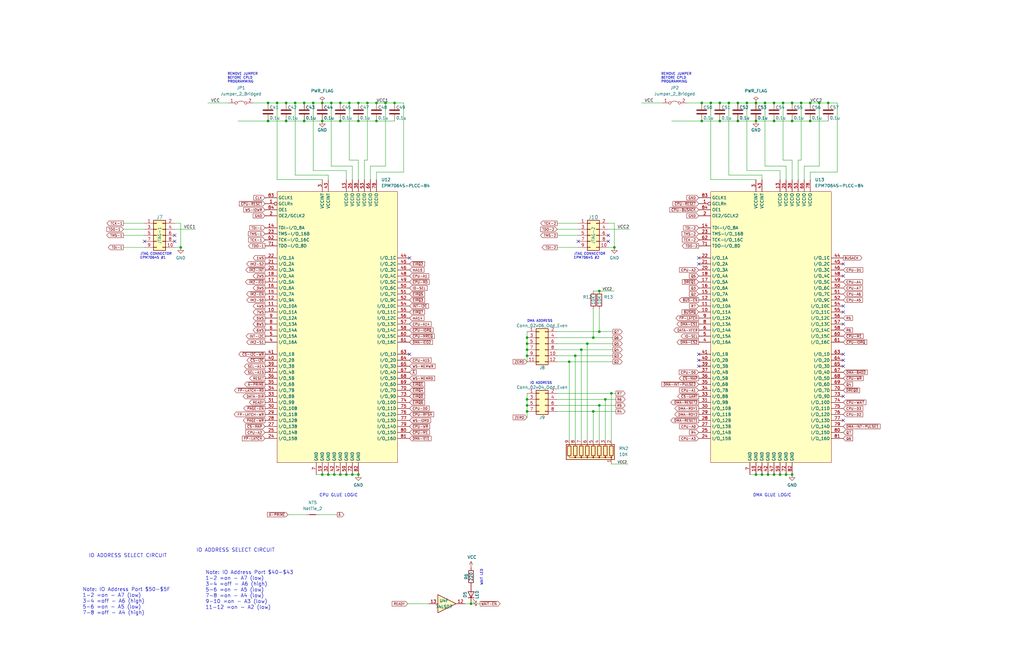
<source format=kicad_sch>
(kicad_sch (version 20211123) (generator eeschema)
  (paper "B")
  (junction (at 222.25 147.574))
  (junction (at 132.08 43.434))
  (junction (at 257.81 165.989))
  (junction (at 259.08 104.394))
  (junction (at 135.89 51.054))
  (junction (at 311.15 43.434))
  (junction (at 222.25 150.114))
  (junction (at 252.73 122.809))
  (junction (at 116.84 43.434))
  (junction (at 328.93 200.279))
  (junction (at 345.44 43.434))
  (junction (at 162.56 43.434))
  (junction (at 151.13 43.434))
  (junction (at 143.51 200.279))
  (junction (at 135.89 43.434))
  (junction (at 318.77 43.434))
  (junction (at 337.82 43.434))
  (junction (at 113.03 51.054))
  (junction (at 303.53 51.054))
  (junction (at 222.25 171.069))
  (junction (at 311.15 51.054))
  (junction (at 166.37 43.434))
  (junction (at 326.39 200.279))
  (junction (at 307.34 43.434))
  (junction (at 158.75 43.434))
  (junction (at 314.96 43.434))
  (junction (at 330.2 43.434))
  (junction (at 252.73 139.954))
  (junction (at 349.25 43.434))
  (junction (at 146.05 200.279))
  (junction (at 322.58 43.434))
  (junction (at 295.91 51.054))
  (junction (at 154.94 43.434))
  (junction (at 331.47 200.279))
  (junction (at 255.27 168.529))
  (junction (at 138.43 200.279))
  (junction (at 318.77 200.279))
  (junction (at 222.25 168.529))
  (junction (at 295.91 43.434))
  (junction (at 151.13 200.279))
  (junction (at 323.85 200.279))
  (junction (at 120.65 51.054))
  (junction (at 326.39 43.434))
  (junction (at 158.75 51.054))
  (junction (at 318.77 51.054))
  (junction (at 124.46 43.434))
  (junction (at 148.59 200.279))
  (junction (at 334.01 43.434))
  (junction (at 303.53 43.434))
  (junction (at 76.2 104.394))
  (junction (at 341.63 43.434))
  (junction (at 222.25 142.494))
  (junction (at 247.65 145.034))
  (junction (at 240.03 152.654))
  (junction (at 222.25 173.609))
  (junction (at 321.31 200.279))
  (junction (at 135.89 200.279))
  (junction (at 252.73 171.069))
  (junction (at 242.57 150.114))
  (junction (at 334.01 51.054))
  (junction (at 120.65 43.434))
  (junction (at 140.97 200.279))
  (junction (at 245.11 147.574))
  (junction (at 143.51 51.054))
  (junction (at 143.51 43.434))
  (junction (at 341.63 51.054))
  (junction (at 151.13 51.054))
  (junction (at 250.19 173.609))
  (junction (at 250.19 142.494))
  (junction (at 222.25 145.034))
  (junction (at 128.27 51.054))
  (junction (at 334.01 200.279))
  (junction (at 326.39 51.054))
  (junction (at 198.628 254.762))
  (junction (at 139.7 43.434))
  (junction (at 147.32 43.434))
  (junction (at 299.72 43.434))
  (junction (at 128.27 43.434))
  (junction (at 113.03 43.434))
  (no_connect (at 256.54 99.314))
  (no_connect (at 294.64 152.019))
  (no_connect (at 60.96 101.854))
  (no_connect (at 355.6 167.259))
  (no_connect (at 294.64 154.559))
  (no_connect (at 355.6 116.459))
  (no_connect (at 355.6 129.159))
  (no_connect (at 355.6 136.779))
  (no_connect (at 172.72 149.479))
  (no_connect (at 355.6 149.479))
  (no_connect (at 294.64 111.379))
  (no_connect (at 355.6 131.699))
  (no_connect (at 256.54 101.854))
  (no_connect (at 73.66 101.854))
  (no_connect (at 355.6 177.419))
  (no_connect (at 243.84 101.854))
  (no_connect (at 73.66 99.314))
  (no_connect (at 294.64 149.479))
  (no_connect (at 172.72 108.839))
  (no_connect (at 355.6 152.019))
  (no_connect (at 355.6 111.379))
  (no_connect (at 355.6 154.559))
  (no_connect (at 294.64 108.839))
  (wire (pts (xy 222.25 145.034) (xy 222.25 147.574)))
  (wire (pts (xy 311.15 51.054) (xy 318.77 51.054)))
  (wire (pts (xy 250.19 130.429) (xy 250.19 142.494)))
  (wire (pts (xy 222.25 142.494) (xy 222.25 145.034)))
  (wire (pts (xy 162.56 43.434) (xy 162.56 70.104)))
  (wire (pts (xy 242.57 150.114) (xy 258.445 150.114)))
  (wire (pts (xy 299.72 43.434) (xy 299.72 75.819)))
  (wire (pts (xy 138.43 200.279) (xy 140.97 200.279)))
  (wire (pts (xy 240.03 152.654) (xy 258.445 152.654)))
  (wire (pts (xy 148.59 75.819) (xy 148.59 70.104)))
  (wire (pts (xy 336.55 75.819) (xy 336.55 67.564)))
  (wire (pts (xy 116.84 43.434) (xy 120.65 43.434)))
  (wire (pts (xy 60.96 94.234) (xy 52.07 94.234)))
  (wire (pts (xy 151.13 67.564) (xy 151.13 75.819)))
  (wire (pts (xy 147.32 43.434) (xy 151.13 43.434)))
  (wire (pts (xy 222.25 173.609) (xy 222.25 176.149)))
  (wire (pts (xy 147.32 43.434) (xy 147.32 67.564)))
  (wire (pts (xy 133.35 200.279) (xy 135.89 200.279)))
  (wire (pts (xy 143.51 51.054) (xy 151.13 51.054)))
  (wire (pts (xy 120.65 43.434) (xy 124.46 43.434)))
  (wire (pts (xy 134.366 217.17) (xy 142.24 217.17)))
  (wire (pts (xy 242.57 150.114) (xy 242.57 185.674)))
  (wire (pts (xy 156.21 70.104) (xy 156.21 75.819)))
  (wire (pts (xy 330.2 67.564) (xy 334.01 67.564)))
  (wire (pts (xy 158.75 43.434) (xy 162.56 43.434)))
  (wire (pts (xy 135.89 51.054) (xy 143.51 51.054)))
  (wire (pts (xy 196.088 254.762) (xy 198.628 254.762)))
  (wire (pts (xy 124.46 73.914) (xy 124.46 43.434)))
  (wire (pts (xy 331.47 75.819) (xy 331.47 70.104)))
  (wire (pts (xy 334.01 43.434) (xy 337.82 43.434)))
  (wire (pts (xy 87.63 43.434) (xy 96.52 43.434)))
  (wire (pts (xy 257.81 165.989) (xy 257.81 185.674)))
  (wire (pts (xy 252.73 171.069) (xy 252.73 185.674)))
  (wire (pts (xy 252.73 122.809) (xy 259.08 122.809)))
  (wire (pts (xy 121.412 217.17) (xy 129.286 217.17)))
  (wire (pts (xy 146.05 200.279) (xy 148.59 200.279)))
  (wire (pts (xy 255.27 168.529) (xy 255.27 185.674)))
  (wire (pts (xy 259.715 171.069) (xy 252.73 171.069)))
  (wire (pts (xy 314.96 72.009) (xy 328.93 72.009)))
  (wire (pts (xy 341.63 51.054) (xy 349.25 51.054)))
  (wire (pts (xy 334.01 67.564) (xy 334.01 75.819)))
  (wire (pts (xy 318.77 51.054) (xy 326.39 51.054)))
  (wire (pts (xy 250.19 173.609) (xy 234.95 173.609)))
  (wire (pts (xy 349.25 43.434) (xy 353.06 43.434)))
  (wire (pts (xy 52.07 99.314) (xy 60.96 99.314)))
  (wire (pts (xy 334.01 51.054) (xy 341.63 51.054)))
  (wire (pts (xy 259.715 173.609) (xy 250.19 173.609)))
  (wire (pts (xy 147.32 67.564) (xy 151.13 67.564)))
  (wire (pts (xy 166.37 43.434) (xy 170.18 43.434)))
  (wire (pts (xy 256.54 96.774) (xy 265.43 96.774)))
  (wire (pts (xy 318.77 200.279) (xy 321.31 200.279)))
  (wire (pts (xy 234.95 147.574) (xy 245.11 147.574)))
  (wire (pts (xy 151.13 51.054) (xy 158.75 51.054)))
  (wire (pts (xy 307.34 73.914) (xy 307.34 43.434)))
  (wire (pts (xy 345.44 43.434) (xy 345.44 70.104)))
  (wire (pts (xy 234.95 139.954) (xy 252.73 139.954)))
  (wire (pts (xy 222.25 168.529) (xy 222.25 171.069)))
  (wire (pts (xy 73.66 94.234) (xy 76.2 94.234)))
  (wire (pts (xy 316.23 200.279) (xy 318.77 200.279)))
  (wire (pts (xy 303.53 43.434) (xy 307.34 43.434)))
  (wire (pts (xy 245.11 147.574) (xy 245.11 185.674)))
  (wire (pts (xy 120.65 51.054) (xy 128.27 51.054)))
  (wire (pts (xy 234.95 165.989) (xy 257.81 165.989)))
  (wire (pts (xy 328.93 200.279) (xy 331.47 200.279)))
  (wire (pts (xy 299.72 75.819) (xy 318.77 75.819)))
  (wire (pts (xy 171.958 254.762) (xy 180.848 254.762)))
  (wire (pts (xy 132.08 43.434) (xy 132.08 72.009)))
  (wire (pts (xy 234.95 104.394) (xy 243.84 104.394)))
  (wire (pts (xy 138.43 73.914) (xy 124.46 73.914)))
  (wire (pts (xy 336.55 67.564) (xy 337.82 67.564)))
  (wire (pts (xy 311.15 43.434) (xy 314.96 43.434)))
  (wire (pts (xy 154.94 43.434) (xy 158.75 43.434)))
  (wire (pts (xy 321.31 75.819) (xy 321.31 73.914)))
  (wire (pts (xy 202.438 254.762) (xy 198.628 254.762)))
  (wire (pts (xy 331.47 200.279) (xy 334.01 200.279)))
  (wire (pts (xy 321.31 73.914) (xy 307.34 73.914)))
  (wire (pts (xy 148.59 70.104) (xy 139.7 70.104)))
  (wire (pts (xy 341.63 43.434) (xy 345.44 43.434)))
  (wire (pts (xy 337.82 67.564) (xy 337.82 43.434)))
  (wire (pts (xy 255.27 168.529) (xy 259.715 168.529)))
  (wire (pts (xy 139.7 43.434) (xy 143.51 43.434)))
  (wire (pts (xy 151.13 43.434) (xy 154.94 43.434)))
  (wire (pts (xy 250.19 173.609) (xy 250.19 185.674)))
  (wire (pts (xy 143.51 200.279) (xy 146.05 200.279)))
  (wire (pts (xy 76.2 94.234) (xy 76.2 104.394)))
  (wire (pts (xy 146.05 72.009) (xy 146.05 75.819)))
  (wire (pts (xy 341.63 75.819) (xy 341.63 72.644)))
  (wire (pts (xy 353.06 72.644) (xy 353.06 43.434)))
  (wire (pts (xy 321.31 200.279) (xy 323.85 200.279)))
  (wire (pts (xy 283.21 51.054) (xy 295.91 51.054)))
  (wire (pts (xy 162.56 43.434) (xy 166.37 43.434)))
  (wire (pts (xy 318.77 43.434) (xy 322.58 43.434)))
  (wire (pts (xy 128.27 51.054) (xy 135.89 51.054)))
  (wire (pts (xy 234.95 99.314) (xy 243.84 99.314)))
  (wire (pts (xy 222.25 139.954) (xy 222.25 142.494)))
  (wire (pts (xy 259.08 94.234) (xy 259.08 104.394)))
  (wire (pts (xy 257.81 195.834) (xy 264.795 195.834)))
  (wire (pts (xy 256.54 94.234) (xy 259.08 94.234)))
  (wire (pts (xy 341.63 72.644) (xy 353.06 72.644)))
  (wire (pts (xy 116.84 43.434) (xy 116.84 75.819)))
  (wire (pts (xy 295.91 43.434) (xy 299.72 43.434)))
  (wire (pts (xy 113.03 43.434) (xy 116.84 43.434)))
  (wire (pts (xy 135.89 200.279) (xy 138.43 200.279)))
  (wire (pts (xy 158.75 75.819) (xy 158.75 72.644)))
  (wire (pts (xy 326.39 200.279) (xy 328.93 200.279)))
  (wire (pts (xy 295.91 51.054) (xy 303.53 51.054)))
  (wire (pts (xy 326.39 43.434) (xy 330.2 43.434)))
  (wire (pts (xy 234.95 168.529) (xy 255.27 168.529)))
  (wire (pts (xy 243.84 94.234) (xy 234.95 94.234)))
  (wire (pts (xy 303.53 51.054) (xy 311.15 51.054)))
  (wire (pts (xy 250.19 122.809) (xy 252.73 122.809)))
  (wire (pts (xy 234.95 152.654) (xy 240.03 152.654)))
  (wire (pts (xy 337.82 43.434) (xy 341.63 43.434)))
  (wire (pts (xy 270.51 43.434) (xy 279.4 43.434)))
  (wire (pts (xy 116.84 75.819) (xy 135.89 75.819)))
  (wire (pts (xy 153.67 75.819) (xy 153.67 67.564)))
  (wire (pts (xy 106.68 43.434) (xy 113.03 43.434)))
  (wire (pts (xy 234.95 142.494) (xy 250.19 142.494)))
  (wire (pts (xy 73.66 104.394) (xy 76.2 104.394)))
  (wire (pts (xy 307.34 43.434) (xy 311.15 43.434)))
  (wire (pts (xy 135.89 43.434) (xy 139.7 43.434)))
  (wire (pts (xy 222.25 147.574) (xy 222.25 150.114)))
  (wire (pts (xy 245.11 147.574) (xy 258.445 147.574)))
  (wire (pts (xy 299.72 43.434) (xy 303.53 43.434)))
  (wire (pts (xy 52.07 104.394) (xy 60.96 104.394)))
  (wire (pts (xy 148.59 200.279) (xy 151.13 200.279)))
  (wire (pts (xy 158.75 51.054) (xy 166.37 51.054)))
  (wire (pts (xy 100.33 51.054) (xy 113.03 51.054)))
  (wire (pts (xy 345.44 43.434) (xy 349.25 43.434)))
  (wire (pts (xy 73.66 96.774) (xy 82.55 96.774)))
  (wire (pts (xy 323.85 200.279) (xy 326.39 200.279)))
  (wire (pts (xy 289.56 43.434) (xy 295.91 43.434)))
  (wire (pts (xy 113.03 51.054) (xy 120.65 51.054)))
  (wire (pts (xy 322.58 43.434) (xy 326.39 43.434)))
  (wire (pts (xy 234.95 145.034) (xy 247.65 145.034)))
  (wire (pts (xy 252.73 171.069) (xy 234.95 171.069)))
  (wire (pts (xy 247.65 145.034) (xy 258.445 145.034)))
  (wire (pts (xy 143.51 43.434) (xy 147.32 43.434)))
  (wire (pts (xy 252.73 139.954) (xy 258.445 139.954)))
  (wire (pts (xy 139.7 70.104) (xy 139.7 43.434)))
  (wire (pts (xy 328.93 72.009) (xy 328.93 75.819)))
  (wire (pts (xy 331.47 70.104) (xy 322.58 70.104)))
  (wire (pts (xy 257.81 165.989) (xy 259.715 165.989)))
  (wire (pts (xy 162.56 70.104) (xy 156.21 70.104)))
  (wire (pts (xy 132.08 72.009) (xy 146.05 72.009)))
  (wire (pts (xy 250.19 142.494) (xy 258.445 142.494)))
  (wire (pts (xy 330.2 43.434) (xy 334.01 43.434)))
  (wire (pts (xy 222.25 171.069) (xy 222.25 173.609)))
  (wire (pts (xy 138.43 75.819) (xy 138.43 73.914)))
  (wire (pts (xy 234.95 150.114) (xy 242.57 150.114)))
  (wire (pts (xy 240.03 152.654) (xy 240.03 185.674)))
  (wire (pts (xy 256.54 104.394) (xy 259.08 104.394)))
  (wire (pts (xy 326.39 51.054) (xy 334.01 51.054)))
  (wire (pts (xy 339.09 70.104) (xy 339.09 75.819)))
  (wire (pts (xy 132.08 43.434) (xy 135.89 43.434)))
  (wire (pts (xy 140.97 200.279) (xy 143.51 200.279)))
  (wire (pts (xy 345.44 70.104) (xy 339.09 70.104)))
  (wire (pts (xy 322.58 70.104) (xy 322.58 43.434)))
  (wire (pts (xy 314.96 43.434) (xy 314.96 72.009)))
  (wire (pts (xy 158.75 72.644) (xy 170.18 72.644)))
  (wire (pts (xy 128.27 43.434) (xy 132.08 43.434)))
  (wire (pts (xy 154.94 67.564) (xy 154.94 43.434)))
  (wire (pts (xy 170.18 72.644) (xy 170.18 43.434)))
  (wire (pts (xy 243.84 96.774) (xy 234.95 96.774)))
  (wire (pts (xy 153.67 67.564) (xy 154.94 67.564)))
  (wire (pts (xy 247.65 145.034) (xy 247.65 185.674)))
  (wire (pts (xy 330.2 43.434) (xy 330.2 67.564)))
  (wire (pts (xy 60.96 96.774) (xy 52.07 96.774)))
  (wire (pts (xy 222.25 150.114) (xy 222.25 152.654)))
  (wire (pts (xy 314.96 43.434) (xy 318.77 43.434)))
  (wire (pts (xy 124.46 43.434) (xy 128.27 43.434)))
  (wire (pts (xy 252.73 130.429) (xy 252.73 139.954)))
  (wire (pts (xy 222.25 165.989) (xy 222.25 168.529)))
  (text "CPU GLUE LOGIC" (at 134.62 209.804 0) (effects (font (size 1.27 1.27)) (justify left bottom)))
  (text "JTAG CONNECTOR\nEPM7064S #1" (at 59.055 109.474 0) (effects (font (size 1.016 1.016)) (justify left bottom)))
  (text "Note: IO Address Port $40-$43\n1-2 =on - A7 (low)\n3-4 =off - A6 (high)\n5-6 =on - A5 (low)\n7-8 =on - A4 (low)\n9-10 =on - A3 (low)\n11-12 =on - A2 (low)" (at 86.614 257.302 0) (effects (font (size 1.524 1.524)) (justify left bottom)))
  (text "REMOVE JUMPER\nBEFORE CPLD\nPROGRAMMING" (at 95.885 35.179 0) (effects (font (size 1.016 1.016)) (justify left bottom)))
  (text "IO ADDRESS" (at 223.52 162.306 0) (effects (font (size 1.016 1.016)) (justify left bottom)))
  (text "DMA ADDRESS" (at 222.25 136.144 0) (effects (font (size 1.016 1.016)) (justify left bottom)))
  (text "DMA GLUE LOGIC" (at 317.5 209.804 0) (effects (font (size 1.27 1.27)) (justify left bottom)))
  (text "IO ADDRESS SELECT CIRCUIT" (at 82.804 233.172 0) (effects (font (size 1.524 1.524)) (justify left bottom)))
  (text "Note: IO Address Port $50-$5F\n1-2 =on - A7 (low)\n3-4 =off - A6 (high)\n5-6 =on - A5 (low)\n7-8 =off - A4 (high)" (at 34.798 259.588 0) (effects (font (size 1.524 1.524)) (justify left bottom)))
  (text "JTAG CONNECTOR\nEPM7064S #2" (at 241.935 109.474 0) (effects (font (size 1.016 1.016)) (justify left bottom)))
  (text "IO ADDRESS SELECT CIRCUIT" (at 37.338 235.458 0) (effects (font (size 1.524 1.524)) (justify left bottom)))
  (text "REMOVE JUMPER\nBEFORE CPLD\nPROGRAMMING" (at 278.765 35.179 0) (effects (font (size 1.016 1.016)) (justify left bottom)))
  (text "WAIT LED" (at 203.708 247.142 90) (effects (font (size 1.016 1.016)) (justify left bottom)))
  (label "VCC2" (at 254 122.809 0) (effects (font (size 1.016 1.016))))
  (label "VCC2" (at 260.35 195.834 0) (effects (font (size 1.016 1.016))))
  (label "VCC1" (at 77.47 96.774 0))
  (label "VCC2" (at 260.35 96.774 0))
  (label "VCC2" (at 341.63 43.434 0))
  (label "VCC" (at 271.78 43.434 0))
  (label "VCC" (at 88.9 43.434 0))
  (label "VCC1" (at 158.75 43.434 0))
  (global_label "3WS" (shape output) (at 111.76 121.539 180) (effects (font (size 1.016 1.016))) (property "Intersheet References" "${INTERSHEET_REFS}" (effects hide)))
  (global_label "~{CPU-RFSH}" (shape input) (at 172.72 174.879 0) (effects (font (size 1.016 1.016))) (property "Intersheet References" "${INTERSHEET_REFS}" (effects hide)))
  (global_label "TDO-1" (shape output) (at 111.76 103.759 180) (effects (font (size 1.016 1.016))) (property "Intersheet References" "${INTERSHEET_REFS}" (effects hide)))
  (global_label "CPU-A2" (shape input) (at 111.76 182.499 180) (effects (font (size 1.016 1.016))) (property "Intersheet References" "${INTERSHEET_REFS}" (effects hide)))
  (global_label "~{EIRQ7}" (shape input) (at 172.72 131.699 0) (effects (font (size 1.016 1.016))) (property "Intersheet References" "${INTERSHEET_REFS}" (effects hide)))
  (global_label "CPU-A1" (shape input) (at 294.64 164.719 180) (effects (font (size 1.016 1.016))) (property "Intersheet References" "${INTERSHEET_REFS}" (effects hide)))
  (global_label "~{EIRQ4}" (shape input) (at 172.72 164.719 0) (effects (font (size 1.016 1.016))) (property "Intersheet References" "${INTERSHEET_REFS}" (effects hide)))
  (global_label "~{EIRQ1}" (shape input) (at 172.72 162.179 0) (effects (font (size 1.016 1.016))) (property "Intersheet References" "${INTERSHEET_REFS}" (effects hide)))
  (global_label "~{EIRQ6}" (shape input) (at 172.72 169.799 0) (effects (font (size 1.016 1.016))) (property "Intersheet References" "${INTERSHEET_REFS}" (effects hide)))
  (global_label "~{DMA-IEI1}" (shape input) (at 172.72 185.039 0) (effects (font (size 1.016 1.016))) (property "Intersheet References" "${INTERSHEET_REFS}" (effects hide)))
  (global_label "~{DREQ1}" (shape input) (at 294.64 118.999 180) (effects (font (size 1.016 1.016))) (property "Intersheet References" "${INTERSHEET_REFS}" (effects hide)))
  (global_label "~{FP-LATCH}" (shape output) (at 294.64 134.239 180) (effects (font (size 1.016 1.016))) (property "Intersheet References" "${INTERSHEET_REFS}" (effects hide)))
  (global_label "~{CPU-RD}" (shape input) (at 172.72 118.999 0) (effects (font (size 1.016 1.016))) (property "Intersheet References" "${INTERSHEET_REFS}" (effects hide)))
  (global_label "TMS-2" (shape output) (at 234.95 99.314 180) (effects (font (size 1.016 1.016))) (property "Intersheet References" "${INTERSHEET_REFS}" (effects hide)))
  (global_label "~{DMA-INT-PULSE1}" (shape input) (at 355.6 179.959 0) (effects (font (size 1.016 1.016))) (property "Intersheet References" "${INTERSHEET_REFS}" (effects hide)))
  (global_label "Q3" (shape output) (at 258.445 150.114 0) (effects (font (size 1.016 1.016))) (property "Intersheet References" "${INTERSHEET_REFS}" (effects hide)))
  (global_label "~{CPU-IORQ}" (shape input) (at 172.72 139.319 0) (effects (font (size 1.016 1.016))) (property "Intersheet References" "${INTERSHEET_REFS}" (effects hide)))
  (global_label "DMA-RDY2" (shape output) (at 294.64 174.879 180) (effects (font (size 1.016 1.016))) (property "Intersheet References" "${INTERSHEET_REFS}" (effects hide)))
  (global_label "CPU-D0" (shape input) (at 172.72 172.339 0) (effects (font (size 1.016 1.016))) (property "Intersheet References" "${INTERSHEET_REFS}" (effects hide)))
  (global_label "IM2-S2" (shape output) (at 111.76 111.379 180) (effects (font (size 1.016 1.016))) (property "Intersheet References" "${INTERSHEET_REFS}" (effects hide)))
  (global_label "DMA-RDY1" (shape output) (at 294.64 172.339 180) (effects (font (size 1.016 1.016))) (property "Intersheet References" "${INTERSHEET_REFS}" (effects hide)))
  (global_label "~{CPU-M1}" (shape input) (at 355.6 141.859 0) (effects (font (size 1.016 1.016))) (property "Intersheet References" "${INTERSHEET_REFS}" (effects hide)))
  (global_label "CPU-A0" (shape input) (at 294.64 179.959 180) (effects (font (size 1.016 1.016))) (property "Intersheet References" "${INTERSHEET_REFS}" (effects hide)))
  (global_label "~{A}" (shape input) (at 172.72 157.099 0) (effects (font (size 1.016 1.016))) (property "Intersheet References" "${INTERSHEET_REFS}" (effects hide)))
  (global_label "~{CS-I2C}" (shape output) (at 111.76 152.019 180) (effects (font (size 1.016 1.016))) (property "Intersheet References" "${INTERSHEET_REFS}" (effects hide)))
  (global_label "READY" (shape input) (at 171.958 254.762 180) (effects (font (size 1.016 1.016))) (property "Intersheet References" "${INTERSHEET_REFS}" (effects hide)))
  (global_label "~{CPU-MREQ}" (shape input) (at 172.72 141.859 0) (effects (font (size 1.016 1.016))) (property "Intersheet References" "${INTERSHEET_REFS}" (effects hide)))
  (global_label "~{IM2-EN}" (shape output) (at 111.76 124.079 180) (effects (font (size 1.016 1.016))) (property "Intersheet References" "${INTERSHEET_REFS}" (effects hide)))
  (global_label "WS-IORD" (shape input) (at 172.72 177.419 0) (effects (font (size 1.016 1.016))) (property "Intersheet References" "${INTERSHEET_REFS}" (effects hide)))
  (global_label "~{INT-I2C}" (shape input) (at 172.72 129.159 0) (effects (font (size 1.016 1.016))) (property "Intersheet References" "${INTERSHEET_REFS}" (effects hide)))
  (global_label "1WS" (shape output) (at 111.76 108.839 180) (effects (font (size 1.016 1.016))) (property "Intersheet References" "${INTERSHEET_REFS}" (effects hide)))
  (global_label "~{DMA-CS2}" (shape output) (at 294.64 144.399 180) (effects (font (size 1.016 1.016))) (property "Intersheet References" "${INTERSHEET_REFS}" (effects hide)))
  (global_label "~{EIRQ5}" (shape input) (at 172.72 124.079 0) (effects (font (size 1.016 1.016))) (property "Intersheet References" "${INTERSHEET_REFS}" (effects hide)))
  (global_label "~{CS-MAP}" (shape output) (at 294.64 159.639 180) (effects (font (size 1.016 1.016))) (property "Intersheet References" "${INTERSHEET_REFS}" (effects hide)))
  (global_label "TCK-1" (shape output) (at 52.07 94.234 180) (effects (font (size 1.016 1.016))) (property "Intersheet References" "${INTERSHEET_REFS}" (effects hide)))
  (global_label "6WS" (shape output) (at 111.76 139.319 180) (effects (font (size 1.016 1.016))) (property "Intersheet References" "${INTERSHEET_REFS}" (effects hide)))
  (global_label "CPU-A3" (shape input) (at 294.64 185.039 180) (effects (font (size 1.016 1.016))) (property "Intersheet References" "${INTERSHEET_REFS}" (effects hide)))
  (global_label "mA15" (shape input) (at 172.72 113.919 0) (effects (font (size 1.016 1.016))) (property "Intersheet References" "${INTERSHEET_REFS}" (effects hide)))
  (global_label "TMS-2" (shape input) (at 294.64 98.679 180) (effects (font (size 1.016 1.016))) (property "Intersheet References" "${INTERSHEET_REFS}" (effects hide)))
  (global_label "R7" (shape input) (at 294.64 129.159 180) (effects (font (size 1.016 1.016))) (property "Intersheet References" "${INTERSHEET_REFS}" (effects hide)))
  (global_label "Q2" (shape output) (at 258.445 152.654 0) (effects (font (size 1.016 1.016))) (property "Intersheet References" "${INTERSHEET_REFS}" (effects hide)))
  (global_label "TMS-1" (shape output) (at 52.07 99.314 180) (effects (font (size 1.016 1.016))) (property "Intersheet References" "${INTERSHEET_REFS}" (effects hide)))
  (global_label "~{EIRQ2}" (shape input) (at 172.72 111.379 0) (effects (font (size 1.016 1.016))) (property "Intersheet References" "${INTERSHEET_REFS}" (effects hide)))
  (global_label "CPU-A1" (shape input) (at 172.72 116.459 0) (effects (font (size 1.016 1.016))) (property "Intersheet References" "${INTERSHEET_REFS}" (effects hide)))
  (global_label "~{PAGE-EN}" (shape output) (at 111.76 172.339 180) (effects (font (size 1.016 1.016))) (property "Intersheet References" "${INTERSHEET_REFS}" (effects hide)))
  (global_label "~{DMA-RESET1}" (shape output) (at 294.64 177.419 180) (effects (font (size 1.016 1.016))) (property "Intersheet References" "${INTERSHEET_REFS}" (effects hide)))
  (global_label "~{CS-MAP}" (shape input) (at 111.76 179.959 180) (effects (font (size 1.016 1.016))) (property "Intersheet References" "${INTERSHEET_REFS}" (effects hide)))
  (global_label "CPU-A6" (shape input) (at 355.6 124.079 0) (effects (font (size 1.016 1.016))) (property "Intersheet References" "${INTERSHEET_REFS}" (effects hide)))
  (global_label "Q2" (shape input) (at 294.64 124.079 180) (effects (font (size 1.016 1.016))) (property "Intersheet References" "${INTERSHEET_REFS}" (effects hide)))
  (global_label "5WS" (shape output) (at 111.76 134.239 180) (effects (font (size 1.016 1.016))) (property "Intersheet References" "${INTERSHEET_REFS}" (effects hide)))
  (global_label "~{BUSRQ}" (shape input) (at 294.64 131.699 180) (effects (font (size 1.016 1.016))) (property "Intersheet References" "${INTERSHEET_REFS}" (effects hide)))
  (global_label "~{FP-LATCH}" (shape input) (at 111.76 185.039 180) (effects (font (size 1.016 1.016))) (property "Intersheet References" "${INTERSHEET_REFS}" (effects hide)))
  (global_label "GND" (shape input) (at 294.64 83.439 180) (effects (font (size 1.016 1.016))) (property "Intersheet References" "${INTERSHEET_REFS}" (effects hide)))
  (global_label "SEL-A15" (shape output) (at 111.76 157.099 180) (effects (font (size 1.016 1.016))) (property "Intersheet References" "${INTERSHEET_REFS}" (effects hide)))
  (global_label "~{DMA-RESET2}" (shape output) (at 294.64 169.799 180) (effects (font (size 1.016 1.016))) (property "Intersheet References" "${INTERSHEET_REFS}" (effects hide)))
  (global_label "~{CPU-M1}" (shape input) (at 172.72 182.499 0) (effects (font (size 1.016 1.016))) (property "Intersheet References" "${INTERSHEET_REFS}" (effects hide)))
  (global_label "TCK-2" (shape output) (at 234.95 94.234 180) (effects (font (size 1.016 1.016))) (property "Intersheet References" "${INTERSHEET_REFS}" (effects hide)))
  (global_label "~{A}" (shape output) (at 142.24 217.17 0) (effects (font (size 1.016 1.016))) (property "Intersheet References" "${INTERSHEET_REFS}" (effects hide)))
  (global_label "Q6" (shape output) (at 258.445 142.494 0) (effects (font (size 1.016 1.016))) (property "Intersheet References" "${INTERSHEET_REFS}" (effects hide)))
  (global_label "TCK-1" (shape input) (at 111.76 101.219 180) (effects (font (size 1.016 1.016))) (property "Intersheet References" "${INTERSHEET_REFS}" (effects hide)))
  (global_label "CPU-D1" (shape input) (at 355.6 113.919 0) (effects (font (size 1.016 1.016))) (property "Intersheet References" "${INTERSHEET_REFS}" (effects hide)))
  (global_label "R4" (shape input) (at 294.64 182.499 180) (effects (font (size 1.016 1.016))) (property "Intersheet References" "${INTERSHEET_REFS}" (effects hide)))
  (global_label "R5" (shape input) (at 355.6 134.239 0) (effects (font (size 1.016 1.016))) (property "Intersheet References" "${INTERSHEET_REFS}" (effects hide)))
  (global_label "WS-MEMRD" (shape input) (at 172.72 159.639 0) (effects (font (size 1.016 1.016))) (property "Intersheet References" "${INTERSHEET_REFS}" (effects hide)))
  (global_label "~{DMA-INT-PULSE2}" (shape input) (at 294.64 162.179 180) (effects (font (size 1.016 1.016))) (property "Intersheet References" "${INTERSHEET_REFS}" (effects hide)))
  (global_label "CLK" (shape input) (at 111.76 83.439 180) (effects (font (size 1.016 1.016))) (property "Intersheet References" "${INTERSHEET_REFS}" (effects hide)))
  (global_label "TDI-1" (shape input) (at 111.76 96.139 180) (effects (font (size 1.016 1.016))) (property "Intersheet References" "${INTERSHEET_REFS}" (effects hide)))
  (global_label "IM2-S1" (shape output) (at 111.76 144.399 180) (effects (font (size 1.016 1.016))) (property "Intersheet References" "${INTERSHEET_REFS}" (effects hide)))
  (global_label "TCK-2" (shape input) (at 294.64 101.219 180) (effects (font (size 1.016 1.016))) (property "Intersheet References" "${INTERSHEET_REFS}" (effects hide)))
  (global_label "7WS" (shape output) (at 111.76 131.699 180) (effects (font (size 1.016 1.016))) (property "Intersheet References" "${INTERSHEET_REFS}" (effects hide)))
  (global_label "TDO-2" (shape output) (at 294.64 103.759 180) (effects (font (size 1.016 1.016))) (property "Intersheet References" "${INTERSHEET_REFS}" (effects hide)))
  (global_label "READY" (shape output) (at 111.76 169.799 180) (effects (font (size 1.016 1.016))) (property "Intersheet References" "${INTERSHEET_REFS}" (effects hide)))
  (global_label "R6" (shape input) (at 355.6 139.319 0) (effects (font (size 1.016 1.016))) (property "Intersheet References" "${INTERSHEET_REFS}" (effects hide)))
  (global_label "WS-IOWR" (shape input) (at 111.76 88.519 180) (effects (font (size 1.016 1.016))) (property "Intersheet References" "${INTERSHEET_REFS}" (effects hide)))
  (global_label "~{BUS-EN}" (shape output) (at 294.64 126.619 180) (effects (font (size 1.016 1.016))) (property "Intersheet References" "${INTERSHEET_REFS}" (effects hide)))
  (global_label "~{PAGE-WR}" (shape output) (at 111.76 177.419 180) (effects (font (size 1.016 1.016))) (property "Intersheet References" "${INTERSHEET_REFS}" (effects hide)))
  (global_label "~{A-PRIME}" (shape output) (at 111.76 162.179 180) (effects (font (size 1.016 1.016))) (property "Intersheet References" "${INTERSHEET_REFS}" (effects hide)))
  (global_label "~{DREQ0}" (shape input) (at 355.6 164.719 0) (effects (font (size 1.016 1.016))) (property "Intersheet References" "${INTERSHEET_REFS}" (effects hide)))
  (global_label "~{CS-I2C-WR}" (shape output) (at 111.76 149.479 180) (effects (font (size 1.016 1.016))) (property "Intersheet References" "${INTERSHEET_REFS}" (effects hide)))
  (global_label "IO-SEL" (shape output) (at 294.64 141.859 180) (effects (font (size 1.016 1.016))) (property "Intersheet References" "${INTERSHEET_REFS}" (effects hide)))
  (global_label "~{CPU-WAIT}" (shape input) (at 355.6 169.799 0) (effects (font (size 1.016 1.016))) (property "Intersheet References" "${INTERSHEET_REFS}" (effects hide)))
  (global_label "Q5" (shape output) (at 258.445 145.034 0) (effects (font (size 1.016 1.016))) (property "Intersheet References" "${INTERSHEET_REFS}" (effects hide)))
  (global_label "4WS" (shape output) (at 111.76 129.159 180) (effects (font (size 1.016 1.016))) (property "Intersheet References" "${INTERSHEET_REFS}" (effects hide)))
  (global_label "FP-LATCH-WR" (shape output) (at 111.76 174.879 180) (effects (font (size 1.016 1.016))) (property "Intersheet References" "${INTERSHEET_REFS}" (effects hide)))
  (global_label "~{WAIT-EN}" (shape output) (at 202.438 254.762 0) (effects (font (size 1.016 1.016))) (property "Intersheet References" "${INTERSHEET_REFS}" (effects hide)))
  (global_label "TDI-2" (shape input) (at 294.64 96.139 180) (effects (font (size 1.016 1.016))) (property "Intersheet References" "${INTERSHEET_REFS}" (effects hide)))
  (global_label "~{FP-LATCH-RD}" (shape output) (at 111.76 164.719 180) (effects (font (size 1.016 1.016))) (property "Intersheet References" "${INTERSHEET_REFS}" (effects hide)))
  (global_label "Q7" (shape output) (at 258.445 139.954 0) (effects (font (size 1.016 1.016))) (property "Intersheet References" "${INTERSHEET_REFS}" (effects hide)))
  (global_label "Q4" (shape input) (at 355.6 162.179 0) (effects (font (size 1.016 1.016))) (property "Intersheet References" "${INTERSHEET_REFS}" (effects hide)))
  (global_label "~{CPU-WR}" (shape input) (at 355.6 159.639 0) (effects (font (size 1.016 1.016))) (property "Intersheet References" "${INTERSHEET_REFS}" (effects hide)))
  (global_label "CPU-D2" (shape input) (at 355.6 174.879 0) (effects (font (size 1.016 1.016))) (property "Intersheet References" "${INTERSHEET_REFS}" (effects hide)))
  (global_label "IM2-S0" (shape output) (at 111.76 126.619 180) (effects (font (size 1.016 1.016))) (property "Intersheet References" "${INTERSHEET_REFS}" (effects hide)))
  (global_label "~{IM2-INT}" (shape output) (at 111.76 113.919 180) (effects (font (size 1.016 1.016))) (property "Intersheet References" "${INTERSHEET_REFS}" (effects hide)))
  (global_label "CPU-D3" (shape input) (at 355.6 172.339 0) (effects (font (size 1.016 1.016))) (property "Intersheet References" "${INTERSHEET_REFS}" (effects hide)))
  (global_label "~{CPU-IORQ}" (shape input) (at 355.6 144.399 0) (effects (font (size 1.016 1.016))) (property "Intersheet References" "${INTERSHEET_REFS}" (effects hide)))
  (global_label "BUSACK" (shape output) (at 355.6 108.839 0) (effects (font (size 1.016 1.016))) (property "Intersheet References" "${INTERSHEET_REFS}" (effects hide)))
  (global_label "GND" (shape input) (at 111.76 91.059 180) (effects (font (size 1.016 1.016))) (property "Intersheet References" "${INTERSHEET_REFS}" (effects hide)))
  (global_label "Q7" (shape input) (at 355.6 182.499 0) (effects (font (size 1.016 1.016))) (property "Intersheet References" "${INTERSHEET_REFS}" (effects hide)))
  (global_label "CPU-A14" (shape input) (at 172.72 136.779 0) (effects (font (size 1.016 1.016))) (property "Intersheet References" "${INTERSHEET_REFS}" (effects hide)))
  (global_label "~{EIRQ0}" (shape input) (at 172.72 167.259 0) (effects (font (size 1.016 1.016))) (property "Intersheet References" "${INTERSHEET_REFS}" (effects hide)))
  (global_label "Q3" (shape input) (at 294.64 121.539 180) (effects (font (size 1.016 1.016))) (property "Intersheet References" "${INTERSHEET_REFS}" (effects hide)))
  (global_label "~{EIRQ3}" (shape input) (at 172.72 126.619 0) (effects (font (size 1.016 1.016))) (property "Intersheet References" "${INTERSHEET_REFS}" (effects hide)))
  (global_label "~{DMA-CS1}" (shape output) (at 294.64 136.779 180) (effects (font (size 1.016 1.016))) (property "Intersheet References" "${INTERSHEET_REFS}" (effects hide)))
  (global_label "TDI-2" (shape output) (at 234.95 104.394 180) (effects (font (size 1.016 1.016))) (property "Intersheet References" "${INTERSHEET_REFS}" (effects hide)))
  (global_label "DATA-XFER" (shape output) (at 294.64 139.319 180) (effects (font (size 1.016 1.016))) (property "Intersheet References" "${INTERSHEET_REFS}" (effects hide)))
  (global_label "~{CPU-RESET}" (shape input) (at 294.64 85.979 180) (effects (font (size 1.016 1.016))) (property "Intersheet References" "${INTERSHEET_REFS}" (effects hide)))
  (global_label "GND" (shape input) (at 294.64 91.059 180) (effects (font (size 1.016 1.016))) (property "Intersheet References" "${INTERSHEET_REFS}" (effects hide)))
  (global_label "R6" (shape output) (at 259.715 168.529 0) (effects (font (size 1.016 1.016))) (property "Intersheet References" "${INTERSHEET_REFS}" (effects hide)))
  (global_label "TDO-2" (shape input) (at 234.95 96.774 180) (effects (font (size 1.016 1.016))) (property "Intersheet References" "${INTERSHEET_REFS}" (effects hide)))
  (global_label "Q4" (shape output) (at 258.445 147.574 0) (effects (font (size 1.016 1.016))) (property "Intersheet References" "${INTERSHEET_REFS}" (effects hide)))
  (global_label "8WS" (shape output) (at 111.76 136.779 180) (effects (font (size 1.016 1.016))) (property "Intersheet References" "${INTERSHEET_REFS}" (effects hide)))
  (global_label "DATA-DIR" (shape output) (at 111.76 167.259 180) (effects (font (size 1.016 1.016))) (property "Intersheet References" "${INTERSHEET_REFS}" (effects hide)))
  (global_label "CPU-A7" (shape input) (at 355.6 121.539 0) (effects (font (size 1.016 1.016))) (property "Intersheet References" "${INTERSHEET_REFS}" (effects hide)))
  (global_label "ZERO" (shape input) (at 222.25 176.149 180) (effects (font (size 1.016 1.016))) (property "Intersheet References" "${INTERSHEET_REFS}" (effects hide)))
  (global_label "R7" (shape output) (at 259.715 165.989 0) (effects (font (size 1.016 1.016))) (property "Intersheet References" "${INTERSHEET_REFS}" (effects hide)))
  (global_label "CPU-A5" (shape input) (at 355.6 126.619 0) (effects (font (size 1.016 1.016))) (property "Intersheet References" "${INTERSHEET_REFS}" (effects hide)))
  (global_label "~{CPU-WR}" (shape input) (at 172.72 179.959 0) (effects (font (size 1.016 1.016))) (property "Intersheet References" "${INTERSHEET_REFS}" (effects hide)))
  (global_label "Q6" (shape input) (at 355.6 185.039 0) (effects (font (size 1.016 1.016))) (property "Intersheet References" "${INTERSHEET_REFS}" (effects hide)))
  (global_label "WS-MEMWR" (shape input) (at 172.72 154.559 0) (effects (font (size 1.016 1.016))) (property "Intersheet References" "${INTERSHEET_REFS}" (effects hide)))
  (global_label "INT-I2C" (shape output) (at 111.76 141.859 180) (effects (font (size 1.016 1.016))) (property "Intersheet References" "${INTERSHEET_REFS}" (effects hide)))
  (global_label "R5" (shape output) (at 259.715 171.069 0) (effects (font (size 1.016 1.016))) (property "Intersheet References" "${INTERSHEET_REFS}" (effects hide)))
  (global_label "CPU-A2" (shape input) (at 294.64 113.919 180) (effects (font (size 1.016 1.016))) (property "Intersheet References" "${INTERSHEET_REFS}" (effects hide)))
  (global_label "2WS" (shape output) (at 111.76 116.459 180) (effects (font (size 1.016 1.016))) (property "Intersheet References" "${INTERSHEET_REFS}" (effects hide)))
  (global_label "~{DMA-BAO2}" (shape input) (at 355.6 157.099 0) (effects (font (size 1.016 1.016))) (property "Intersheet References" "${INTERSHEET_REFS}" (effects hide)))
  (global_label "TDO-1" (shape input) (at 52.07 96.774 180) (effects (font (size 1.016 1.016))) (property "Intersheet References" "${INTERSHEET_REFS}" (effects hide)))
  (global_label "~{DMA-IEO2}" (shape input) (at 172.72 144.399 0) (effects (font (size 1.016 1.016))) (property "Intersheet References" "${INTERSHEET_REFS}" (effects hide)))
  (global_label "~{A-PRIME}" (shape input) (at 121.412 217.17 180) (effects (font (size 1.016 1.016))) (property "Intersheet References" "${INTERSHEET_REFS}" (effects hide)))
  (global_label "~{IM2-IEO}" (shape output) (at 111.76 118.999 180) (effects (font (size 1.016 1.016))) (property "Intersheet References" "${INTERSHEET_REFS}" (effects hide)))
  (global_label "CPU-A15" (shape input) (at 172.72 152.019 0) (effects (font (size 1.016 1.016))) (property "Intersheet References" "${INTERSHEET_REFS}" (effects hide)))
  (global_label "~{CS-UART}" (shape output) (at 294.64 167.259 180) (effects (font (size 1.016 1.016))) (property "Intersheet References" "${INTERSHEET_REFS}" (effects hide)))
  (global_label "TMS-1" (shape input) (at 111.76 98.679 180) (effects (font (size 1.016 1.016))) (property "Intersheet References" "${INTERSHEET_REFS}" (effects hide)))
  (global_label "IO-SEL" (shape input) (at 172.72 121.539 0) (effects (font (size 1.016 1.016))) (property "Intersheet References" "${INTERSHEET_REFS}" (effects hide)))
  (global_label "Q5" (shape input) (at 294.64 116.459 180) (effects (font (size 1.016 1.016))) (property "Intersheet References" "${INTERSHEET_REFS}" (effects hide)))
  (global_label "mA14" (shape input) (at 172.72 134.239 0) (effects (font (size 1.016 1.016))) (property "Intersheet References" "${INTERSHEET_REFS}" (effects hide)))
  (global_label "~{CPU-BUSACK}" (shape input) (at 294.64 88.519 180) (effects (font (size 1.016 1.016))) (property "Intersheet References" "${INTERSHEET_REFS}" (effects hide)))
  (global_label "TDI-1" (shape output) (at 52.07 104.394 180) (effects (font (size 1.016 1.016))) (property "Intersheet References" "${INTERSHEET_REFS}" (effects hide)))
  (global_label "SEL-A14" (shape output) (at 111.76 154.559 180) (effects (font (size 1.016 1.016))) (property "Intersheet References" "${INTERSHEET_REFS}" (effects hide)))
  (global_label "~{CPU-RESET}" (shape input) (at 111.76 85.979 180) (effects (font (size 1.016 1.016))) (property "Intersheet References" "${INTERSHEET_REFS}" (effects hide)))
  (global_label "ZERO" (shape input) (at 222.25 152.654 180) (effects (font (size 1.016 1.016))) (property "Intersheet References" "${INTERSHEET_REFS}" (effects hide)))
  (global_label "CPU-D0" (shape input) (at 294.64 157.099 180) (effects (font (size 1.016 1.016))) (property "Intersheet References" "${INTERSHEET_REFS}" (effects hide)))
  (global_label "RESET" (shape output) (at 111.76 159.639 180) (effects (font (size 1.016 1.016))) (property "Intersheet References" "${INTERSHEET_REFS}" (effects hide)))
  (global_label "R4" (shape output) (at 259.715 173.609 0) (effects (font (size 1.016 1.016))) (property "Intersheet References" "${INTERSHEET_REFS}" (effects hide)))
  (global_label "CPU-A4" (shape input) (at 355.6 118.999 0) (effects (font (size 1.016 1.016))) (property "Intersheet References" "${INTERSHEET_REFS}" (effects hide)))
  (symbol (lib_id "74xx:74LS07") (at 188.468 254.762 0) (unit 6)
    (property "Reference" "U4" (at 187.198 253.492 0))
    (property "Value" "74LS07" (at 187.198 256.032 0))
    (property "Footprint" "Package_DIP:DIP-14_W7.62mm" (effects hide))
    (property "Datasheet" "www.ti.com/lit/ds/symlink/sn74ls07.pdf" (effects hide))
  )
  (symbol (lib_id "Device:R") (at 198.628 243.332 180) (unit 1)
    (property "Reference" "R6" (at 196.596 243.332 90))
    (property "Value" "220" (at 198.628 243.332 90))
    (property "Footprint" "Resistor_THT:R_Axial_DIN0207_L6.3mm_D2.5mm_P7.62mm_Horizontal" (effects hide))
  )
  (symbol (lib_id "Device:LED") (at 198.628 250.952 90) (unit 1)
    (property "Reference" "D5" (at 196.088 250.952 0))
    (property "Value" "LED" (at 201.168 250.952 0))
    (property "Footprint" "LED_THT:LED_D3.0mm_Horizontal_O3.81mm_Z2.0mm" (effects hide))
  )
  (symbol (lib_id "power:VCC") (at 198.628 239.522 0) (unit 1)
    (property "Reference" "#PWR0155" (effects hide))
    (property "Value" "VCC" (at 199.009 235.1278 0))
  )
  (symbol (lib_id "power:GND") (at 151.13 200.279 0) (unit 1)
    (property "Reference" "#PWR010" (effects hide))
    (property "Value" "GND" (at 151.13 204.724 0))
  )
  (symbol (lib_id "Connector_Generic:Conn_02x05_Odd_Even") (at 248.92 99.314 0) (unit 1)
    (property "Reference" "J10" (at 250.19 91.694 0) (effects (font (size 1.524 1.524))))
    (property "Value" "JTAG-2" (at 250.19 99.314 90))
    (property "Footprint" "Connector_IDC:IDC-Header_2x05_P2.54mm_Vertical" (effects hide))
  )
  (symbol (lib_id "Device:R_Network08") (at 247.65 190.754 180) (unit 1)
    (property "Reference" "RN2" (at 260.985 189.2299 0) (effects (justify right)))
    (property "Value" "10K" (at 260.985 191.7699 0) (effects (justify right)))
    (property "Footprint" "Resistor_THT:R_Array_SIP9" (effects hide))
    (property "Datasheet" "http://www.vishay.com/docs/31509/csc.pdf" (effects hide))
  )
  (symbol (lib_id "Jumper:Jumper_2_Bridged") (at 101.6 43.434 0) (unit 1)
    (property "Reference" "JP1" (at 101.6 37.084 0))
    (property "Value" "Jumper_2_Bridged" (at 101.6 39.624 0))
    (property "Footprint" "Connector_PinHeader_2.54mm:PinHeader_2x01_P2.54mm_Vertical" (effects hide))
  )
  (symbol (lib_id "power:PWR_FLAG") (at 318.77 43.434 0) (unit 1)
    (property "Reference" "#FLG09" (effects hide))
    (property "Value" "PWR_FLAG" (at 318.77 38.354 0))
  )
  (symbol (lib_id "power:GND") (at 135.89 51.054 0) (unit 1)
    (property "Reference" "#PWR03" (effects hide))
    (property "Value" "GND" (at 135.89 54.864 0))
  )
  (symbol (lib_id "Device:R") (at 250.19 126.619 0) (mirror y) (unit 1)
    (property "Reference" "R12" (at 245.745 125.349 0) (effects (justify right)))
    (property "Value" "10K" (at 250.19 124.714 90) (effects (justify right)))
    (property "Footprint" "Resistor_THT:R_Axial_DIN0207_L6.3mm_D2.5mm_P7.62mm_Horizontal" (effects hide))
  )
  (symbol (lib_id "Device:C") (at 326.39 47.244 0) (unit 1)
    (property "Reference" "C54" (at 327.025 45.339 0) (effects (justify left)))
    (property "Value" "0.1u" (at 327.025 49.784 0) (effects (justify left)))
    (property "Footprint" "Capacitor_THT:C_Disc_D5.0mm_W2.5mm_P5.00mm" (effects hide))
  )
  (symbol (lib_id "EPM7064S-PLCC-84:EPM7064S-PLCC-84") (at 325.12 138.049 0) (unit 1)
    (property "Reference" "U13" (at 343.6494 75.819 0) (effects (justify left)))
    (property "Value" "EPM7064S-PLCC-84" (at 343.6494 78.359 0) (effects (justify left)))
    (property "Footprint" "Package_LCC:PLCC-84_THT-Socket" (effects hide))
  )
  (symbol (lib_id "Device:C") (at 311.15 47.244 0) (unit 1)
    (property "Reference" "C52" (at 311.785 45.339 0) (effects (justify left)))
    (property "Value" "0.1u" (at 311.785 49.784 0) (effects (justify left)))
    (property "Footprint" "Capacitor_THT:C_Disc_D5.0mm_W2.5mm_P5.00mm" (effects hide))
  )
  (symbol (lib_id "Jumper:Jumper_2_Bridged") (at 284.48 43.434 0) (unit 1)
    (property "Reference" "JP2" (at 284.48 37.084 0))
    (property "Value" "Jumper_2_Bridged" (at 284.48 39.624 0))
    (property "Footprint" "Connector_PinHeader_2.54mm:PinHeader_2x01_P2.54mm_Vertical" (effects hide))
  )
  (symbol (lib_id "power:GND") (at 76.2 104.394 0) (unit 1)
    (property "Reference" "#PWR01" (effects hide))
    (property "Value" "GND" (at 76.2 108.839 0))
  )
  (symbol (lib_id "power:GND") (at 334.01 200.279 0) (unit 1)
    (property "Reference" "#PWR028" (effects hide))
    (property "Value" "GND" (at 334.01 204.724 0))
  )
  (symbol (lib_id "Device:NetTie_2") (at 131.826 217.17 0) (unit 1) (in_bom no)
    (property "Reference" "NT5" (at 131.826 212.09 0))
    (property "Value" "NetTie_2" (at 131.826 214.63 0))
    (property "Footprint" "NetTie:NetTie-2_THT_Pad0.3mm" (effects hide))
  )
  (symbol (lib_id "Connector_Generic:Conn_02x06_Odd_Even") (at 227.33 145.034 0) (unit 1)
    (property "Reference" "J8" (at 228.6 155.194 0))
    (property "Value" "Conn_02x06_Odd_Even" (at 228.6 137.414 0))
    (property "Footprint" "Connector_PinHeader_2.54mm:PinHeader_2x06_P2.54mm_Vertical" (effects hide))
  )
  (symbol (lib_id "Device:C") (at 143.51 47.244 0) (unit 1)
    (property "Reference" "C45" (at 144.145 45.339 0) (effects (justify left)))
    (property "Value" "0.1u" (at 144.145 49.784 0) (effects (justify left)))
    (property "Footprint" "Capacitor_THT:C_Disc_D5.0mm_W2.5mm_P5.00mm" (effects hide))
  )
  (symbol (lib_id "Device:C") (at 113.03 47.244 0) (unit 1)
    (property "Reference" "C41" (at 113.665 45.339 0) (effects (justify left)))
    (property "Value" "0.1u" (at 113.665 49.784 0) (effects (justify left)))
    (property "Footprint" "Capacitor_THT:C_Disc_D5.0mm_W2.5mm_P5.00mm" (effects hide))
  )
  (symbol (lib_id "Device:C") (at 158.75 47.244 0) (unit 1)
    (property "Reference" "C48" (at 159.385 45.339 0) (effects (justify left)))
    (property "Value" "0.1u" (at 159.385 49.784 0) (effects (justify left)))
    (property "Footprint" "Capacitor_THT:C_Disc_D5.0mm_W2.5mm_P5.00mm" (effects hide))
  )
  (symbol (lib_id "Device:C") (at 166.37 47.244 0) (unit 1)
    (property "Reference" "C49" (at 167.005 45.339 0) (effects (justify left)))
    (property "Value" "0.1u" (at 167.005 49.784 0) (effects (justify left)))
    (property "Footprint" "Capacitor_THT:C_Disc_D5.0mm_W2.5mm_P5.00mm" (effects hide))
  )
  (symbol (lib_id "Device:C") (at 349.25 47.244 0) (unit 1)
    (property "Reference" "C57" (at 349.885 45.339 0) (effects (justify left)))
    (property "Value" "0.1u" (at 349.885 49.784 0) (effects (justify left)))
    (property "Footprint" "Capacitor_THT:C_Disc_D5.0mm_W2.5mm_P5.00mm" (effects hide))
  )
  (symbol (lib_id "power:GND") (at 318.77 51.054 0) (unit 1)
    (property "Reference" "#PWR027" (effects hide))
    (property "Value" "GND" (at 318.77 54.864 0))
  )
  (symbol (lib_id "Connector_Generic:Conn_02x04_Odd_Even") (at 227.33 168.529 0) (unit 1)
    (property "Reference" "J9" (at 228.6 176.149 0))
    (property "Value" "Conn_02x04_Odd_Even" (at 228.6 163.449 0))
    (property "Footprint" "Connector_PinHeader_2.54mm:PinHeader_2x04_P2.54mm_Vertical" (effects hide))
  )
  (symbol (lib_id "power:PWR_FLAG") (at 135.89 43.434 0) (unit 1)
    (property "Reference" "#FLG05" (effects hide))
    (property "Value" "PWR_FLAG" (at 135.89 38.354 0))
  )
  (symbol (lib_id "Device:C") (at 318.77 47.244 0) (unit 1)
    (property "Reference" "C53" (at 319.405 45.339 0) (effects (justify left)))
    (property "Value" "0.1u" (at 319.405 49.784 0) (effects (justify left)))
    (property "Footprint" "Capacitor_THT:C_Disc_D5.0mm_W2.5mm_P5.00mm" (effects hide))
  )
  (symbol (lib_id "Device:C") (at 295.91 47.244 0) (unit 1)
    (property "Reference" "C50" (at 296.545 45.339 0) (effects (justify left)))
    (property "Value" "0.1u" (at 296.545 49.784 0) (effects (justify left)))
    (property "Footprint" "Capacitor_THT:C_Disc_D5.0mm_W2.5mm_P5.00mm" (effects hide))
  )
  (symbol (lib_id "Device:C") (at 303.53 47.244 0) (unit 1)
    (property "Reference" "C51" (at 304.165 45.339 0) (effects (justify left)))
    (property "Value" "0.1u" (at 304.165 49.784 0) (effects (justify left)))
    (property "Footprint" "Capacitor_THT:C_Disc_D5.0mm_W2.5mm_P5.00mm" (effects hide))
  )
  (symbol (lib_id "Device:C") (at 341.63 47.244 0) (unit 1)
    (property "Reference" "C56" (at 342.265 45.339 0) (effects (justify left)))
    (property "Value" "0.1u" (at 342.265 49.784 0) (effects (justify left)))
    (property "Footprint" "Capacitor_THT:C_Disc_D5.0mm_W2.5mm_P5.00mm" (effects hide))
  )
  (symbol (lib_id "Device:C") (at 334.01 47.244 0) (unit 1)
    (property "Reference" "C55" (at 334.645 45.339 0) (effects (justify left)))
    (property "Value" "0.1u" (at 334.645 49.784 0) (effects (justify left)))
    (property "Footprint" "Capacitor_THT:C_Disc_D5.0mm_W2.5mm_P5.00mm" (effects hide))
  )
  (symbol (lib_id "Device:C") (at 120.65 47.244 0) (unit 1)
    (property "Reference" "C42" (at 121.285 45.339 0) (effects (justify left)))
    (property "Value" "0.1u" (at 121.285 49.784 0) (effects (justify left)))
    (property "Footprint" "Capacitor_THT:C_Disc_D5.0mm_W2.5mm_P5.00mm" (effects hide))
  )
  (symbol (lib_id "Device:C") (at 151.13 47.244 0) (unit 1)
    (property "Reference" "C47" (at 151.765 45.339 0) (effects (justify left)))
    (property "Value" "0.1u" (at 151.765 49.784 0) (effects (justify left)))
    (property "Footprint" "Capacitor_THT:C_Disc_D5.0mm_W2.5mm_P5.00mm" (effects hide))
  )
  (symbol (lib_id "Connector_Generic:Conn_02x05_Odd_Even") (at 66.04 99.314 0) (unit 1)
    (property "Reference" "J7" (at 67.31 91.694 0) (effects (font (size 1.524 1.524))))
    (property "Value" "JTAG-1" (at 67.31 99.314 90))
    (property "Footprint" "Connector_IDC:IDC-Header_2x05_P2.54mm_Vertical" (effects hide))
  )
  (symbol (lib_id "Device:C") (at 135.89 47.244 0) (unit 1)
    (property "Reference" "C44" (at 136.525 45.339 0) (effects (justify left)))
    (property "Value" "0.1u" (at 136.525 49.784 0) (effects (justify left)))
    (property "Footprint" "Capacitor_THT:C_Disc_D5.0mm_W2.5mm_P5.00mm" (effects hide))
  )
  (symbol (lib_id "power:GND") (at 259.08 104.394 0) (unit 1)
    (property "Reference" "#PWR011" (effects hide))
    (property "Value" "GND" (at 259.08 108.839 0))
  )
  (symbol (lib_id "Device:R") (at 252.73 126.619 0) (unit 1)
    (property "Reference" "R13" (at 254.635 125.349 0) (effects (justify left)))
    (property "Value" "10K" (at 252.73 128.524 90) (effects (justify left)))
    (property "Footprint" "Resistor_THT:R_Axial_DIN0207_L6.3mm_D2.5mm_P7.62mm_Horizontal" (effects hide))
  )
  (symbol (lib_id "EPM7064S-PLCC-84:EPM7064S-PLCC-84") (at 142.24 138.049 0) (unit 1)
    (property "Reference" "U12" (at 160.7694 75.819 0) (effects (justify left)))
    (property "Value" "EPM7064S-PLCC-84" (at 160.7694 78.359 0) (effects (justify left)))
    (property "Footprint" "Package_LCC:PLCC-84_THT-Socket" (effects hide))
  )
  (symbol (lib_id "Device:C") (at 128.27 47.244 0) (unit 1)
    (property "Reference" "C43" (at 128.905 45.339 0) (effects (justify left)))
    (property "Value" "0.1u" (at 128.905 49.784 0) (effects (justify left)))
    (property "Footprint" "Capacitor_THT:C_Disc_D5.0mm_W2.5mm_P5.00mm" (effects hide))
  )
)
</source>
